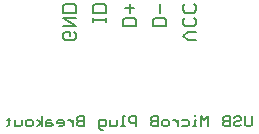
<source format=gbr>
G04 EAGLE Gerber RS-274X export*
G75*
%MOMM*%
%FSLAX34Y34*%
%LPD*%
%INSilkscreen Bottom*%
%IPPOS*%
%AMOC8*
5,1,8,0,0,1.08239X$1,22.5*%
G01*
%ADD10C,0.203200*%
%ADD11C,0.152400*%


D10*
X67064Y86082D02*
X68843Y84303D01*
X68843Y80744D01*
X67064Y78964D01*
X59946Y78964D01*
X58166Y80744D01*
X58166Y84303D01*
X59946Y86082D01*
X63505Y86082D01*
X63505Y82523D01*
X68843Y90658D02*
X58166Y90658D01*
X58166Y97776D02*
X68843Y90658D01*
X68843Y97776D02*
X58166Y97776D01*
X58166Y102352D02*
X68843Y102352D01*
X58166Y102352D02*
X58166Y107691D01*
X59946Y109470D01*
X67064Y109470D01*
X68843Y107691D01*
X68843Y102352D01*
X83566Y98115D02*
X83566Y94556D01*
X83566Y96336D02*
X94243Y96336D01*
X94243Y98115D02*
X94243Y94556D01*
X94243Y102352D02*
X83566Y102352D01*
X83566Y107691D01*
X85346Y109470D01*
X92464Y109470D01*
X94243Y107691D01*
X94243Y102352D01*
X108966Y90658D02*
X119643Y90658D01*
X108966Y90658D02*
X108966Y95997D01*
X110746Y97776D01*
X117864Y97776D01*
X119643Y95997D01*
X119643Y90658D01*
X114305Y102352D02*
X114305Y109470D01*
X117864Y105911D02*
X110746Y105911D01*
X134366Y90658D02*
X145043Y90658D01*
X134366Y90658D02*
X134366Y95997D01*
X136146Y97776D01*
X143264Y97776D01*
X145043Y95997D01*
X145043Y90658D01*
X139705Y102352D02*
X139705Y109470D01*
X163325Y78964D02*
X170443Y78964D01*
X163325Y78964D02*
X159766Y82523D01*
X163325Y86082D01*
X170443Y86082D01*
X170443Y95997D02*
X168664Y97776D01*
X170443Y95997D02*
X170443Y92438D01*
X168664Y90658D01*
X161546Y90658D01*
X159766Y92438D01*
X159766Y95997D01*
X161546Y97776D01*
X170443Y107691D02*
X168664Y109470D01*
X170443Y107691D02*
X170443Y104131D01*
X168664Y102352D01*
X161546Y102352D01*
X159766Y104131D01*
X159766Y107691D01*
X161546Y109470D01*
D11*
X217678Y14485D02*
X217678Y7283D01*
X216237Y5842D01*
X213356Y5842D01*
X211916Y7283D01*
X211916Y14485D01*
X204001Y14485D02*
X202561Y13045D01*
X204001Y14485D02*
X206882Y14485D01*
X208323Y13045D01*
X208323Y11604D01*
X206882Y10164D01*
X204001Y10164D01*
X202561Y8723D01*
X202561Y7283D01*
X204001Y5842D01*
X206882Y5842D01*
X208323Y7283D01*
X198968Y5842D02*
X198968Y14485D01*
X194646Y14485D01*
X193205Y13045D01*
X193205Y11604D01*
X194646Y10164D01*
X193205Y8723D01*
X193205Y7283D01*
X194646Y5842D01*
X198968Y5842D01*
X198968Y10164D02*
X194646Y10164D01*
X180257Y14485D02*
X180257Y5842D01*
X177376Y11604D02*
X180257Y14485D01*
X177376Y11604D02*
X174495Y14485D01*
X174495Y5842D01*
X170902Y11604D02*
X169462Y11604D01*
X169462Y5842D01*
X170902Y5842D02*
X168021Y5842D01*
X169462Y14485D02*
X169462Y15926D01*
X163225Y11604D02*
X158903Y11604D01*
X163225Y11604D02*
X164665Y10164D01*
X164665Y7283D01*
X163225Y5842D01*
X158903Y5842D01*
X155310Y5842D02*
X155310Y11604D01*
X155310Y8723D02*
X152429Y11604D01*
X150988Y11604D01*
X146074Y5842D02*
X143192Y5842D01*
X141752Y7283D01*
X141752Y10164D01*
X143192Y11604D01*
X146074Y11604D01*
X147514Y10164D01*
X147514Y7283D01*
X146074Y5842D01*
X138159Y5842D02*
X138159Y14485D01*
X133837Y14485D01*
X132397Y13045D01*
X132397Y11604D01*
X133837Y10164D01*
X132397Y8723D01*
X132397Y7283D01*
X133837Y5842D01*
X138159Y5842D01*
X138159Y10164D02*
X133837Y10164D01*
X119449Y14485D02*
X119449Y5842D01*
X119449Y14485D02*
X115127Y14485D01*
X113686Y13045D01*
X113686Y10164D01*
X115127Y8723D01*
X119449Y8723D01*
X110093Y14485D02*
X108653Y14485D01*
X108653Y5842D01*
X110093Y5842D02*
X107212Y5842D01*
X103857Y7283D02*
X103857Y11604D01*
X103857Y7283D02*
X102416Y5842D01*
X98094Y5842D01*
X98094Y11604D01*
X91620Y2961D02*
X90180Y2961D01*
X88739Y4401D01*
X88739Y11604D01*
X93061Y11604D01*
X94501Y10164D01*
X94501Y7283D01*
X93061Y5842D01*
X88739Y5842D01*
X75791Y5842D02*
X75791Y14485D01*
X71469Y14485D01*
X70029Y13045D01*
X70029Y11604D01*
X71469Y10164D01*
X70029Y8723D01*
X70029Y7283D01*
X71469Y5842D01*
X75791Y5842D01*
X75791Y10164D02*
X71469Y10164D01*
X66436Y11604D02*
X66436Y5842D01*
X66436Y8723D02*
X63555Y11604D01*
X62114Y11604D01*
X57199Y5842D02*
X54318Y5842D01*
X57199Y5842D02*
X58640Y7283D01*
X58640Y10164D01*
X57199Y11604D01*
X54318Y11604D01*
X52878Y10164D01*
X52878Y8723D01*
X58640Y8723D01*
X47844Y11604D02*
X44963Y11604D01*
X43522Y10164D01*
X43522Y5842D01*
X47844Y5842D01*
X49285Y7283D01*
X47844Y8723D01*
X43522Y8723D01*
X39930Y5842D02*
X39930Y14485D01*
X39930Y8723D02*
X35608Y5842D01*
X39930Y8723D02*
X35608Y11604D01*
X30693Y5842D02*
X27812Y5842D01*
X26371Y7283D01*
X26371Y10164D01*
X27812Y11604D01*
X30693Y11604D01*
X32134Y10164D01*
X32134Y7283D01*
X30693Y5842D01*
X22778Y7283D02*
X22778Y11604D01*
X22778Y7283D02*
X21338Y5842D01*
X17016Y5842D01*
X17016Y11604D01*
X11983Y13045D02*
X11983Y7283D01*
X10542Y5842D01*
X10542Y11604D02*
X13423Y11604D01*
M02*

</source>
